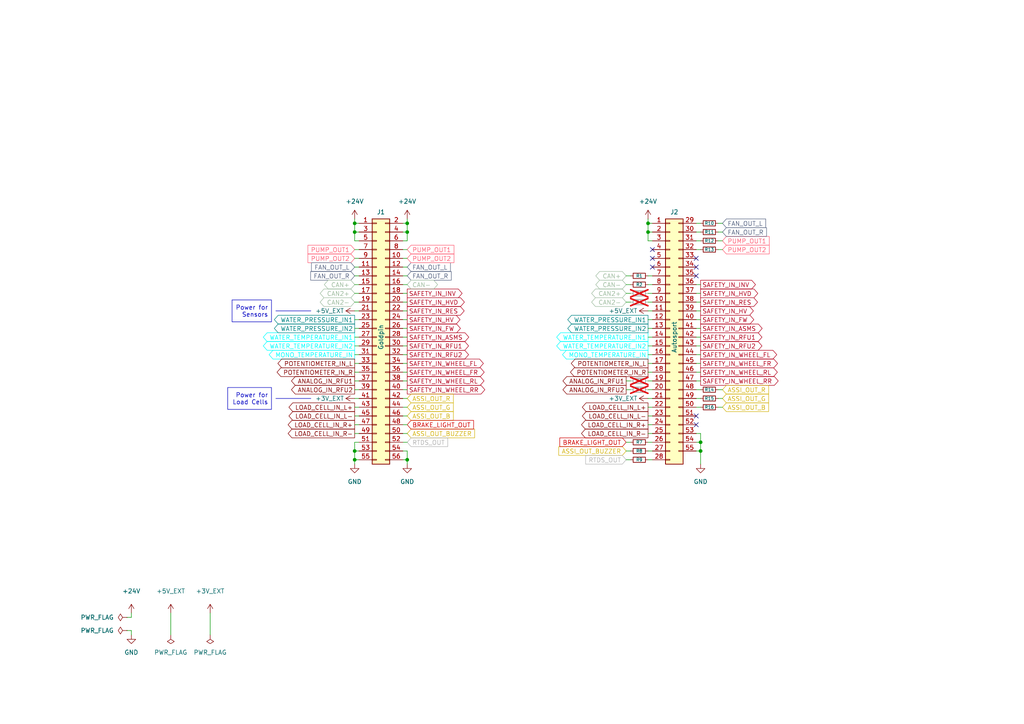
<source format=kicad_sch>
(kicad_sch (version 20230121) (generator eeschema)
  (paper "A4")
  (title_block (title "Connector Board") (date "2023-10-03") (rev "${REVISION}") (company "Author: I. Kajdan") (comment 1 "Reviewer:"))
  (lib_symbols
    (symbol "AS022-55SN:AS022-55SN" (pin_names (offset 1.016) hide)
      (property "Reference" "J?" (at 1.27 39.37 0))
      (property "Value" "AS022-55SN" (at 1.27 36.83 0))
      (symbol "AS022-55SN_1_1"
        (rectangle (start -1.27 -35.433) (end 0 -35.687) (stroke (width 0.1524)))
        (rectangle (start -1.27 -32.893) (end 0 -33.147) (stroke (width 0.1524)))
        (rectangle (start -1.27 -30.353) (end 0 -30.607) (stroke (width 0.1524)))
        (rectangle (start -1.27 -27.813) (end 0 -28.067) (stroke (width 0.1524)))
        (rectangle (start -1.27 -25.273) (end 0 -25.527) (stroke (width 0.1524)))
        (rectangle (start -1.27 -22.733) (end 0 -22.987) (stroke (width 0.1524)))
        (rectangle (start -1.27 -20.193) (end 0 -20.447) (stroke (width 0.1524)))
        (rectangle (start -1.27 -17.653) (end 0 -17.907) (stroke (width 0.1524)))
        (rectangle (start -1.27 -15.113) (end 0 -15.367) (stroke (width 0.1524)))
        (rectangle (start -1.27 -12.573) (end 0 -12.827) (stroke (width 0.1524)))
        (rectangle (start -1.27 -10.033) (end 0 -10.287) (stroke (width 0.1524)))
        (rectangle (start -1.27 -7.493) (end 0 -7.747) (stroke (width 0.1524)))
        (rectangle (start -1.27 -4.953) (end 0 -5.207) (stroke (width 0.1524)))
        (rectangle (start -1.27 -2.413) (end 0 -2.667) (stroke (width 0.1524)))
        (rectangle (start -1.27 0.127) (end 0 -0.127) (stroke (width 0.1524)))
        (rectangle (start -1.27 2.667) (end 0 2.413) (stroke (width 0.1524)))
        (rectangle (start -1.27 5.207) (end 0 4.953) (stroke (width 0.1524)))
        (rectangle (start -1.27 7.747) (end 0 7.493) (stroke (width 0.1524)))
        (rectangle (start -1.27 10.287) (end 0 10.033) (stroke (width 0.1524)))
        (rectangle (start -1.27 12.827) (end 0 12.573) (stroke (width 0.1524)))
        (rectangle (start -1.27 15.367) (end 0 15.113) (stroke (width 0.1524)))
        (rectangle (start -1.27 17.907) (end 0 17.653) (stroke (width 0.1524)))
        (rectangle (start -1.27 20.447) (end 0 20.193) (stroke (width 0.1524)))
        (rectangle (start -1.27 22.987) (end 0 22.733) (stroke (width 0.1524)))
        (rectangle (start -1.27 25.527) (end 0 25.273) (stroke (width 0.1524)))
        (rectangle (start -1.27 28.067) (end 0 27.813) (stroke (width 0.1524)))
        (rectangle (start -1.27 30.607) (end 0 30.353) (stroke (width 0.1524)))
        (rectangle (start -1.27 33.147) (end 0 32.893) (stroke (width 0.1524)))
        (rectangle (start -1.27 34.29) (end 3.81 -36.83) (stroke (width 0.254)) (fill (type background)))
        (rectangle (start 3.81 -32.893) (end 2.54 -33.147) (stroke (width 0.1524)))
        (rectangle (start 3.81 -30.353) (end 2.54 -30.607) (stroke (width 0.1524)))
        (rectangle (start 3.81 -27.813) (end 2.54 -28.067) (stroke (width 0.1524)))
        (rectangle (start 3.81 -25.273) (end 2.54 -25.527) (stroke (width 0.1524)))
        (rectangle (start 3.81 -22.733) (end 2.54 -22.987) (stroke (width 0.1524)))
        (rectangle (start 3.81 -20.193) (end 2.54 -20.447) (stroke (width 0.1524)))
        (rectangle (start 3.81 -17.653) (end 2.54 -17.907) (stroke (width 0.1524)))
        (rectangle (start 3.81 -15.113) (end 2.54 -15.367) (stroke (width 0.1524)))
        (rectangle (start 3.81 -12.573) (end 2.54 -12.827) (stroke (width 0.1524)))
        (rectangle (start 3.81 -10.033) (end 2.54 -10.287) (stroke (width 0.1524)))
        (rectangle (start 3.81 -7.493) (end 2.54 -7.747) (stroke (width 0.1524)))
        (rectangle (start 3.81 -4.953) (end 2.54 -5.207) (stroke (width 0.1524)))
        (rectangle (start 3.81 -2.413) (end 2.54 -2.667) (stroke (width 0.1524)))
        (rectangle (start 3.81 0.127) (end 2.54 -0.127) (stroke (width 0.1524)))
        (rectangle (start 3.81 2.667) (end 2.54 2.413) (stroke (width 0.1524)))
        (rectangle (start 3.81 5.207) (end 2.54 4.953) (stroke (width 0.1524)))
        (rectangle (start 3.81 7.747) (end 2.54 7.493) (stroke (width 0.1524)))
        (rectangle (start 3.81 10.287) (end 2.54 10.033) (stroke (width 0.1524)))
        (rectangle (start 3.81 12.827) (end 2.54 12.573) (stroke (width 0.1524)))
        (rectangle (start 3.81 15.367) (end 2.54 15.113) (stroke (width 0.1524)))
        (rectangle (start 3.81 17.907) (end 2.54 17.653) (stroke (width 0.1524)))
        (rectangle (start 3.81 20.447) (end 2.54 20.193) (stroke (width 0.1524)))
        (rectangle (start 3.81 22.987) (end 2.54 22.733) (stroke (width 0.1524)))
        (rectangle (start 3.81 25.527) (end 2.54 25.273) (stroke (width 0.1524)))
        (rectangle (start 3.81 28.067) (end 2.54 27.813) (stroke (width 0.1524)))
        (rectangle (start 3.81 30.607) (end 2.54 30.353) (stroke (width 0.1524)))
        (rectangle (start 3.81 33.147) (end 2.54 32.893) (stroke (width 0.1524)))
        (pin passive line (at -5.08 33.02 0) (length 3.81) (name "Pin_1") (number "1"))
        (pin passive line (at -5.08 10.16 0) (length 3.81) (name "Pin_10") (number "10"))
        (pin passive line (at -5.08 7.62 0) (length 3.81) (name "Pin_11") (number "11"))
        (pin passive line (at -5.08 5.08 0) (length 3.81) (name "Pin_12") (number "12"))
        (pin passive line (at -5.08 2.54 0) (length 3.81) (name "Pin_13") (number "13"))
        (pin passive line (at -5.08 0 0) (length 3.81) (name "Pin_14") (number "14"))
        (pin passive line (at -5.08 -2.54 0) (length 3.81) (name "Pin_15") (number "15"))
        (pin passive line (at -5.08 -5.08 0) (length 3.81) (name "Pin_16") (number "16"))
        (pin passive line (at -5.08 -7.62 0) (length 3.81) (name "Pin_17") (number "17"))
        (pin passive line (at -5.08 -10.16 0) (length 3.81) (name "Pin_18") (number "18"))
        (pin passive line (at -5.08 -12.7 0) (length 3.81) (name "Pin_19") (number "19"))
        (pin passive line (at -5.08 30.48 0) (length 3.81) (name "Pin_2") (number "2"))
        (pin passive line (at -5.08 -15.24 0) (length 3.81) (name "Pin_20") (number "20"))
        (pin passive line (at -5.08 -17.78 0) (length 3.81) (name "Pin_21") (number "21"))
        (pin passive line (at -5.08 -20.32 0) (length 3.81) (name "Pin_22") (number "22"))
        (pin passive line (at -5.08 -22.86 0) (length 3.81) (name "Pin_23") (number "23"))
        (pin passive line (at -5.08 -25.4 0) (length 3.81) (name "Pin_24") (number "24"))
        (pin passive line (at -5.08 -27.94 0) (length 3.81) (name "Pin_25") (number "25"))
        (pin passive line (at -5.08 -30.48 0) (length 3.81) (name "Pin_26") (number "26"))
        (pin passive line (at -5.08 -33.02 0) (length 3.81) (name "Pin_27") (number "27"))
        (pin passive line (at -5.08 -35.56 0) (length 3.81) (name "Pin_28") (number "28"))
        (pin passive line (at 7.62 33.02 180) (length 3.81) (name "Pin_29") (number "29"))
        (pin passive line (at -5.08 27.94 0) (length 3.81) (name "Pin_3") (number "3"))
        (pin passive line (at 7.62 30.48 180) (length 3.81) (name "Pin_30") (number "30"))
        (pin passive line (at 7.62 27.94 180) (length 3.81) (name "Pin_31") (number "31"))
        (pin passive line (at 7.62 25.4 180) (length 3.81) (name "Pin_32") (number "32"))
        (pin passive line (at 7.62 22.86 180) (length 3.81) (name "Pin_33") (number "33"))
        (pin passive line (at 7.62 20.32 180) (length 3.81) (name "Pin_34") (number "34"))
        (pin passive line (at 7.62 17.78 180) (length 3.81) (name "Pin_35") (number "35"))
        (pin passive line (at 7.62 15.24 180) (length 3.81) (name "Pin_36") (number "36"))
        (pin passive line (at 7.62 12.7 180) (length 3.81) (name "Pin_37") (number "37"))
        (pin passive line (at 7.62 10.16 180) (length 3.81) (name "Pin_38") (number "38"))
        (pin passive line (at 7.62 7.62 180) (length 3.81) (name "Pin_39") (number "39"))
        (pin passive line (at -5.08 25.4 0) (length 3.81) (name "Pin_4") (number "4"))
        (pin passive line (at 7.62 5.08 180) (length 3.81) (name "Pin_40") (number "40"))
        (pin passive line (at 7.62 2.54 180) (length 3.81) (name "Pin_41") (number "41"))
        (pin passive line (at 7.62 0 180) (length 3.81) (name "Pin_42") (number "42"))
        (pin passive line (at 7.62 -2.54 180) (length 3.81) (name "Pin_43") (number "43"))
        (pin passive line (at 7.62 -5.08 180) (length 3.81) (name "Pin_44") (number "44"))
        (pin passive line (at 7.62 -7.62 180) (length 3.81) (name "Pin_45") (number "45"))
        (pin passive line (at 7.62 -10.16 180) (length 3.81) (name "Pin_46") (number "46"))
        (pin passive line (at 7.62 -12.7 180) (length 3.81) (name "Pin_47") (number "47"))
        (pin passive line (at 7.62 -15.24 180) (length 3.81) (name "Pin_48") (number "48"))
        (pin passive line (at 7.62 -17.78 180) (length 3.81) (name "Pin_49") (number "49"))
        (pin passive line (at -5.08 22.86 0) (length 3.81) (name "Pin_5") (number "5"))
        (pin passive line (at 7.62 -20.32 180) (length 3.81) (name "Pin_50") (number "50"))
        (pin passive line (at 7.62 -22.86 180) (length 3.81) (name "Pin_51") (number "51"))
        (pin passive line (at 7.62 -25.4 180) (length 3.81) (name "Pin_52") (number "52"))
        (pin passive line (at 7.62 -27.94 180) (length 3.81) (name "Pin_53") (number "53"))
        (pin passive line (at 7.62 -30.48 180) (length 3.81) (name "Pin_54") (number "54"))
        (pin passive line (at 7.62 -33.02 180) (length 3.81) (name "Pin_55") (number "55"))
        (pin passive line (at -5.08 20.32 0) (length 3.81) (name "Pin_6") (number "6"))
        (pin passive line (at -5.08 17.78 0) (length 3.81) (name "Pin_7") (number "7"))
        (pin passive line (at -5.08 15.24 0) (length 3.81) (name "Pin_8") (number "8"))
        (pin passive line (at -5.08 12.7 0) (length 3.81) (name "Pin_9") (number "9"))
      )
    )
    (symbol "Connector_Generic:Conn_02x28_Odd_Even" (pin_names (offset 1.016) hide)
      (property "Reference" "J" (at 1.27 35.56 0))
      (property "Value" "Conn_02x28_Odd_Even" (at 1.27 -38.1 0))
      (symbol "Conn_02x28_Odd_Even_1_1"
        (rectangle (start -1.27 -35.433) (end 0 -35.687) (stroke (width 0.1524)))
        (rectangle (start -1.27 -32.893) (end 0 -33.147) (stroke (width 0.1524)))
        (rectangle (start -1.27 -30.353) (end 0 -30.607) (stroke (width 0.1524)))
        (rectangle (start -1.27 -27.813) (end 0 -28.067) (stroke (width 0.1524)))
        (rectangle (start -1.27 -25.273) (end 0 -25.527) (stroke (width 0.1524)))
        (rectangle (start -1.27 -22.733) (end 0 -22.987) (stroke (width 0.1524)))
        (rectangle (start -1.27 -20.193) (end 0 -20.447) (stroke (width 0.1524)))
        (rectangle (start -1.27 -17.653) (end 0 -17.907) (stroke (width 0.1524)))
        (rectangle (start -1.27 -15.113) (end 0 -15.367) (stroke (width 0.1524)))
        (rectangle (start -1.27 -12.573) (end 0 -12.827) (stroke (width 0.1524)))
        (rectangle (start -1.27 -10.033) (end 0 -10.287) (stroke (width 0.1524)))
        (rectangle (start -1.27 -7.493) (end 0 -7.747) (stroke (width 0.1524)))
        (rectangle (start -1.27 -4.953) (end 0 -5.207) (stroke (width 0.1524)))
        (rectangle (start -1.27 -2.413) (end 0 -2.667) (stroke (width 0.1524)))
        (rectangle (start -1.27 0.127) (end 0 -0.127) (stroke (width 0.1524)))
        (rectangle (start -1.27 2.667) (end 0 2.413) (stroke (width 0.1524)))
        (rectangle (start -1.27 5.207) (end 0 4.953) (stroke (width 0.1524)))
        (rectangle (start -1.27 7.747) (end 0 7.493) (stroke (width 0.1524)))
        (rectangle (start -1.27 10.287) (end 0 10.033) (stroke (width 0.1524)))
        (rectangle (start -1.27 12.827) (end 0 12.573) (stroke (width 0.1524)))
        (rectangle (start -1.27 15.367) (end 0 15.113) (stroke (width 0.1524)))
        (rectangle (start -1.27 17.907) (end 0 17.653) (stroke (width 0.1524)))
        (rectangle (start -1.27 20.447) (end 0 20.193) (stroke (width 0.1524)))
        (rectangle (start -1.27 22.987) (end 0 22.733) (stroke (width 0.1524)))
        (rectangle (start -1.27 25.527) (end 0 25.273) (stroke (width 0.1524)))
        (rectangle (start -1.27 28.067) (end 0 27.813) (stroke (width 0.1524)))
        (rectangle (start -1.27 30.607) (end 0 30.353) (stroke (width 0.1524)))
        (rectangle (start -1.27 33.147) (end 0 32.893) (stroke (width 0.1524)))
        (rectangle (start -1.27 34.29) (end 3.81 -36.83) (stroke (width 0.254)) (fill (type background)))
        (rectangle (start 3.81 -35.433) (end 2.54 -35.687) (stroke (width 0.1524)))
        (rectangle (start 3.81 -32.893) (end 2.54 -33.147) (stroke (width 0.1524)))
        (rectangle (start 3.81 -30.353) (end 2.54 -30.607) (stroke (width 0.1524)))
        (rectangle (start 3.81 -27.813) (end 2.54 -28.067) (stroke (width 0.1524)))
        (rectangle (start 3.81 -25.273) (end 2.54 -25.527) (stroke (width 0.1524)))
        (rectangle (start 3.81 -22.733) (end 2.54 -22.987) (stroke (width 0.1524)))
        (rectangle (start 3.81 -20.193) (end 2.54 -20.447) (stroke (width 0.1524)))
        (rectangle (start 3.81 -17.653) (end 2.54 -17.907) (stroke (width 0.1524)))
        (rectangle (start 3.81 -15.113) (end 2.54 -15.367) (stroke (width 0.1524)))
        (rectangle (start 3.81 -12.573) (end 2.54 -12.827) (stroke (width 0.1524)))
        (rectangle (start 3.81 -10.033) (end 2.54 -10.287) (stroke (width 0.1524)))
        (rectangle (start 3.81 -7.493) (end 2.54 -7.747) (stroke (width 0.1524)))
        (rectangle (start 3.81 -4.953) (end 2.54 -5.207) (stroke (width 0.1524)))
        (rectangle (start 3.81 -2.413) (end 2.54 -2.667) (stroke (width 0.1524)))
        (rectangle (start 3.81 0.127) (end 2.54 -0.127) (stroke (width 0.1524)))
        (rectangle (start 3.81 2.667) (end 2.54 2.413) (stroke (width 0.1524)))
        (rectangle (start 3.81 5.207) (end 2.54 4.953) (stroke (width 0.1524)))
        (rectangle (start 3.81 7.747) (end 2.54 7.493) (stroke (width 0.1524)))
        (rectangle (start 3.81 10.287) (end 2.54 10.033) (stroke (width 0.1524)))
        (rectangle (start 3.81 12.827) (end 2.54 12.573) (stroke (width 0.1524)))
        (rectangle (start 3.81 15.367) (end 2.54 15.113) (stroke (width 0.1524)))
        (rectangle (start 3.81 17.907) (end 2.54 17.653) (stroke (width 0.1524)))
        (rectangle (start 3.81 20.447) (end 2.54 20.193) (stroke (width 0.1524)))
        (rectangle (start 3.81 22.987) (end 2.54 22.733) (stroke (width 0.1524)))
        (rectangle (start 3.81 25.527) (end 2.54 25.273) (stroke (width 0.1524)))
        (rectangle (start 3.81 28.067) (end 2.54 27.813) (stroke (width 0.1524)))
        (rectangle (start 3.81 30.607) (end 2.54 30.353) (stroke (width 0.1524)))
        (rectangle (start 3.81 33.147) (end 2.54 32.893) (stroke (width 0.1524)))
        (pin passive line (at -5.08 33.02 0) (length 3.81) (name "Pin_1") (number "1"))
        (pin passive line (at 7.62 22.86 180) (length 3.81) (name "Pin_10") (number "10"))
        (pin passive line (at -5.08 20.32 0) (length 3.81) (name "Pin_11") (number "11"))
        (pin passive line (at 7.62 20.32 180) (length 3.81) (name "Pin_12") (number "12"))
        (pin passive line (at -5.08 17.78 0) (length 3.81) (name "Pin_13") (number "13"))
        (pin passive line (at 7.62 17.78 180) (length 3.81) (name "Pin_14") (number "14"))
        (pin passive line (at -5.08 15.24 0) (length 3.81) (name "Pin_15") (number "15"))
        (pin passive line (at 7.62 15.24 180) (length 3.81) (name "Pin_16") (number "16"))
        (pin passive line (at -5.08 12.7 0) (length 3.81) (name "Pin_17") (number "17"))
        (pin passive line (at 7.62 12.7 180) (length 3.81) (name "Pin_18") (number "18"))
        (pin passive line (at -5.08 10.16 0) (length 3.81) (name "Pin_19") (number "19"))
        (pin passive line (at 7.62 33.02 180) (length 3.81) (name "Pin_2") (number "2"))
        (pin passive line (at 7.62 10.16 180) (length 3.81) (name "Pin_20") (number "20"))
        (pin passive line (at -5.08 7.62 0) (length 3.81) (name "Pin_21") (number "21"))
        (pin passive line (at 7.62 7.62 180) (length 3.81) (name "Pin_22") (number "22"))
        (pin passive line (at -5.08 5.08 0) (length 3.81) (name "Pin_23") (number "23"))
        (pin passive line (at 7.62 5.08 180) (length 3.81) (name "Pin_24") (number "24"))
        (pin passive line (at -5.08 2.54 0) (length 3.81) (name "Pin_25") (number "25"))
        (pin passive line (at 7.62 2.54 180) (length 3.81) (name "Pin_26") (number "26"))
        (pin passive line (at -5.08 0 0) (length 3.81) (name "Pin_27") (number "27"))
        (pin passive line (at 7.62 0 180) (length 3.81) (name "Pin_28") (number "28"))
        (pin passive line (at -5.08 -2.54 0) (length 3.81) (name "Pin_29") (number "29"))
        (pin passive line (at -5.08 30.48 0) (length 3.81) (name "Pin_3") (number "3"))
        (pin passive line (at 7.62 -2.54 180) (length 3.81) (name "Pin_30") (number "30"))
        (pin passive line (at -5.08 -5.08 0) (length 3.81) (name "Pin_31") (number "31"))
        (pin passive line (at 7.62 -5.08 180) (length 3.81) (name "Pin_32") (number "32"))
        (pin passive line (at -5.08 -7.62 0) (length 3.81) (name "Pin_33") (number "33"))
        (pin passive line (at 7.62 -7.62 180) (length 3.81) (name "Pin_34") (number "34"))
        (pin passive line (at -5.08 -10.16 0) (length 3.81) (name "Pin_35") (number "35"))
        (pin passive line (at 7.62 -10.16 180) (length 3.81) (name "Pin_36") (number "36"))
        (pin passive line (at -5.08 -12.7 0) (length 3.81) (name "Pin_37") (number "37"))
        (pin passive line (at 7.62 -12.7 180) (length 3.81) (name "Pin_38") (number "38"))
        (pin passive line (at -5.08 -15.24 0) (length 3.81) (name "Pin_39") (number "39"))
        (pin passive line (at 7.62 30.48 180) (length 3.81) (name "Pin_4") (number "4"))
        (pin passive line (at 7.62 -15.24 180) (length 3.81) (name "Pin_40") (number "40"))
        (pin passive line (at -5.08 -17.78 0) (length 3.81) (name "Pin_41") (number "41"))
        (pin passive line (at 7.62 -17.78 180) (length 3.81) (name "Pin_42") (number "42"))
        (pin passive line (at -5.08 -20.32 0) (length 3.81) (name "Pin_43") (number "43"))
        (pin passive line (at 7.62 -20.32 180) (length 3.81) (name "Pin_44") (number "44"))
        (pin passive line (at -5.08 -22.86 0) (length 3.81) (name "Pin_45") (number "45"))
        (pin passive line (at 7.62 -22.86 180) (length 3.81) (name "Pin_46") (number "46"))
        (pin passive line (at -5.08 -25.4 0) (length 3.81) (name "Pin_47") (number "47"))
        (pin passive line (at 7.62 -25.4 180) (length 3.81) (name "Pin_48") (number "48"))
        (pin passive line (at -5.08 -27.94 0) (length 3.81) (name "Pin_49") (number "49"))
        (pin passive line (at -5.08 27.94 0) (length 3.81) (name "Pin_5") (number "5"))
        (pin passive line (at 7.62 -27.94 180) (length 3.81) (name "Pin_50") (number "50"))
        (pin passive line (at -5.08 -30.48 0) (length 3.81) (name "Pin_51") (number "51"))
        (pin passive line (at 7.62 -30.48 180) (length 3.81) (name "Pin_52") (number "52"))
        (pin passive line (at -5.08 -33.02 0) (length 3.81) (name "Pin_53") (number "53"))
        (pin passive line (at 7.62 -33.02 180) (length 3.81) (name "Pin_54") (number "54"))
        (pin passive line (at -5.08 -35.56 0) (length 3.81) (name "Pin_55") (number "55"))
        (pin passive line (at 7.62 -35.56 180) (length 3.81) (name "Pin_56") (number "56"))
        (pin passive line (at 7.62 27.94 180) (length 3.81) (name "Pin_6") (number "6"))
        (pin passive line (at -5.08 25.4 0) (length 3.81) (name "Pin_7") (number "7"))
        (pin passive line (at 7.62 25.4 180) (length 3.81) (name "Pin_8") (number "8"))
        (pin passive line (at -5.08 22.86 0) (length 3.81) (name "Pin_9") (number "9"))
      )
    )
    (symbol "Device:R_Small" (pin_numbers hide) (pin_names (offset 0.254) hide)
      (property "Reference" "R" (at 0.762 0.508 0))
      (property "Value" "R_Small" (at 0.762 -1.016 0))
      (symbol "R_Small_0_1"
        (rectangle (start -0.762 1.778) (end 0.762 -1.778) (stroke (width 0.2032)))
      )
      (symbol "R_Small_1_1"
        (pin passive line (at 0 2.54 270) (length 0.762) (name "~") (number "1"))
        (pin passive line (at 0 -2.54 90) (length 0.762) (name "~") (number "2"))
      )
    )
    (symbol "Power_Ports:+3V_EXT" (power) (pin_names (offset 0))
      (property "Value" "+3V_EXT" (at 0 5.08 0))
      (symbol "+3V_EXT_0_1"
        (polyline (pts (xy -0.762 1.27) (xy 0 2.54)))
        (polyline (pts (xy 0 0) (xy 0 2.54)))
        (polyline (pts (xy 0 2.54) (xy 0.762 1.27)))
      )
      (symbol "+3V_EXT_1_1"
        (pin power_in line (at 0 0 90) (length 0) hide (name "+3V_EXT") (number "1"))
      )
    )
    (symbol "Power_Ports:+5V_EXT" (power) (pin_names (offset 0))
      (property "Value" "+5V_EXT" (at 0 5.08 0))
      (symbol "+5V_EXT_0_1"
        (polyline (pts (xy -0.762 1.27) (xy 0 2.54)))
        (polyline (pts (xy 0 0) (xy 0 2.54)))
        (polyline (pts (xy 0 2.54) (xy 0.762 1.27)))
      )
      (symbol "+5V_EXT_1_1"
        (pin power_in line (at 0 0 90) (length 0) hide (name "+5V_EXT") (number "1"))
      )
    )
    (symbol "power:+24V" (power) (pin_names (offset 0))
      (property "Value" "+24V" (at 0 3.556 0))
      (symbol "+24V_0_1"
        (polyline (pts (xy -0.762 1.27) (xy 0 2.54)))
        (polyline (pts (xy 0 0) (xy 0 2.54)))
        (polyline (pts (xy 0 2.54) (xy 0.762 1.27)))
      )
      (symbol "+24V_1_1"
        (pin power_in line (at 0 0 90) (length 0) hide (name "+24V") (number "1"))
      )
    )
    (symbol "power:GND" (power) (pin_names (offset 0))
      (property "Value" "GND" (at 0 -3.81 0))
      (symbol "GND_0_1"
        (polyline (pts (xy 0 0) (xy 0 -1.27) (xy 1.27 -1.27) (xy 0 -2.54) (xy -1.27 -1.27) (xy 0 -1.27)))
      )
      (symbol "GND_1_1"
        (pin power_in line (at 0 0 270) (length 0) hide (name "GND") (number "1"))
      )
    )
    (symbol "power:PWR_FLAG" (power) (pin_numbers hide) (pin_names (offset 0) hide)
      (property "Value" "PWR_FLAG" (at 0 3.81 0))
      (symbol "PWR_FLAG_0_0"
        (pin power_out line (at 0 0 90) (length 0) (name "pwr") (number "1"))
      )
      (symbol "PWR_FLAG_0_1"
        (polyline (pts (xy 0 0) (xy 0 1.27) (xy -1.016 1.905) (xy 0 2.54) (xy 1.016 1.905) (xy 0 1.27)))
      )
    )
  )
  (junction (at 203.2 130.81))
  (junction (at 102.87 133.35))
  (junction (at 118.11 64.77))
  (junction (at 102.87 64.77))
  (junction (at 203.2 128.27))
  (junction (at 118.11 133.35))
  (junction (at 187.96 64.77))
  (junction (at 187.96 67.31))
  (junction (at 118.11 67.31))
  (junction (at 102.87 67.31))
  (junction (at 102.87 130.81))
  (no_connect (at 189.23 77.47))
  (no_connect (at 201.93 80.01))
  (no_connect (at 201.93 120.65))
  (no_connect (at 189.23 74.93))
  (no_connect (at 201.93 74.93))
  (no_connect (at 201.93 123.19))
  (no_connect (at 201.93 77.47))
  (no_connect (at 189.23 72.39))
  (wire (pts (xy 116.84 113.03) (xy 118.11 113.03)))
  (wire (pts (xy 116.84 90.17) (xy 118.11 90.17)))
  (wire (pts (xy 187.96 107.95) (xy 189.23 107.95)))
  (wire (pts (xy 118.11 134.62) (xy 118.11 133.35)))
  (wire (pts (xy 102.87 67.31) (xy 102.87 64.77)))
  (wire (pts (xy 187.96 90.17) (xy 189.23 90.17)))
  (wire (pts (xy 116.84 115.57) (xy 118.11 115.57)))
  (wire (pts (xy 118.11 92.71) (xy 116.84 92.71)))
  (wire (pts (xy 203.2 92.71) (xy 201.93 92.71)))
  (wire (pts (xy 116.84 110.49) (xy 118.11 110.49)))
  (wire (pts (xy 60.96 177.8) (xy 60.96 184.15)))
  (wire (pts (xy 182.88 128.27) (xy 181.61 128.27)))
  (wire (pts (xy 187.96 133.35) (xy 189.23 133.35)))
  (wire (pts (xy 187.96 102.87) (xy 189.23 102.87)))
  (wire (pts (xy 187.96 67.31) (xy 187.96 69.85)))
  (wire (pts (xy 189.23 64.77) (xy 187.96 64.77)))
  (wire (pts (xy 118.11 125.73) (xy 116.84 125.73)))
  (wire (pts (xy 102.87 113.03) (xy 104.14 113.03)))
  (wire (pts (xy 118.11 133.35) (xy 116.84 133.35)))
  (wire (pts (xy 102.87 115.57) (xy 104.14 115.57)))
  (wire (pts (xy 102.87 110.49) (xy 104.14 110.49)))
  (wire (pts (xy 116.84 102.87) (xy 118.11 102.87)))
  (wire (pts (xy 104.14 64.77) (xy 102.87 64.77)))
  (wire (pts (xy 187.96 130.81) (xy 189.23 130.81)))
  (wire (pts (xy 102.87 107.95) (xy 104.14 107.95)))
  (wire (pts (xy 209.55 118.11) (xy 208.28 118.11)))
  (wire (pts (xy 201.93 100.33) (xy 203.2 100.33)))
  (wire (pts (xy 181.61 85.09) (xy 182.88 85.09)))
  (wire (pts (xy 118.11 64.77) (xy 116.84 64.77)))
  (wire (pts (xy 201.93 67.31) (xy 203.2 67.31)))
  (wire (pts (xy 187.96 123.19) (xy 189.23 123.19)))
  (wire (pts (xy 187.96 97.79) (xy 189.23 97.79)))
  (wire (pts (xy 208.28 67.31) (xy 209.55 67.31)))
  (wire (pts (xy 208.28 64.77) (xy 209.55 64.77)))
  (wire (pts (xy 181.61 110.49) (xy 182.88 110.49)))
  (wire (pts (xy 181.61 130.81) (xy 182.88 130.81)))
  (wire (pts (xy 203.2 90.17) (xy 201.93 90.17)))
  (wire (pts (xy 118.11 128.27) (xy 116.84 128.27)))
  (wire (pts (xy 116.84 97.79) (xy 118.11 97.79)))
  (wire (pts (xy 116.84 67.31) (xy 118.11 67.31)))
  (wire (pts (xy 203.2 130.81) (xy 201.93 130.81)))
  (wire (pts (xy 203.2 128.27) (xy 203.2 130.81)))
  (wire (pts (xy 102.87 102.87) (xy 104.14 102.87)))
  (wire (pts (xy 102.87 90.17) (xy 104.14 90.17)))
  (wire (pts (xy 118.11 63.5) (xy 118.11 64.77)))
  (wire (pts (xy 102.87 72.39) (xy 104.14 72.39)))
  (wire (pts (xy 102.87 77.47) (xy 104.14 77.47)))
  (wire (pts (xy 102.87 82.55) (xy 104.14 82.55)))
  (wire (pts (xy 201.93 72.39) (xy 203.2 72.39)))
  (wire (pts (xy 187.96 64.77) (xy 187.96 63.5)))
  (wire (pts (xy 116.84 74.93) (xy 118.11 74.93)))
  (wire (pts (xy 116.84 69.85) (xy 118.11 69.85)))
  (wire (pts (xy 187.96 87.63) (xy 189.23 87.63)))
  (wire (pts (xy 118.11 120.65) (xy 116.84 120.65)))
  (wire (pts (xy 116.84 130.81) (xy 118.11 130.81)))
  (wire (pts (xy 208.28 113.03) (xy 209.55 113.03)))
  (wire (pts (xy 116.84 87.63) (xy 118.11 87.63)))
  (wire (pts (xy 187.96 118.11) (xy 189.23 118.11)))
  (wire (pts (xy 102.87 85.09) (xy 104.14 85.09)))
  (wire (pts (xy 208.28 72.39) (xy 209.55 72.39)))
  (polyline (pts (xy 90.17 90.17) (xy 80.01 90.17)))
  (wire (pts (xy 187.96 125.73) (xy 189.23 125.73)))
  (wire (pts (xy 201.93 87.63) (xy 203.2 87.63)))
  (wire (pts (xy 187.96 95.25) (xy 189.23 95.25)))
  (wire (pts (xy 181.61 87.63) (xy 182.88 87.63)))
  (wire (pts (xy 187.96 120.65) (xy 189.23 120.65)))
  (wire (pts (xy 102.87 134.62) (xy 102.87 133.35)))
  (wire (pts (xy 49.53 177.8) (xy 49.53 184.15)))
  (wire (pts (xy 116.84 82.55) (xy 118.11 82.55)))
  (wire (pts (xy 201.93 95.25) (xy 203.2 95.25)))
  (wire (pts (xy 102.87 92.71) (xy 104.14 92.71)))
  (wire (pts (xy 104.14 128.27) (xy 102.87 128.27)))
  (wire (pts (xy 38.1 179.07) (xy 38.1 177.8)))
  (wire (pts (xy 102.87 120.65) (xy 104.14 120.65)))
  (wire (pts (xy 118.11 77.47) (xy 116.84 77.47)))
  (wire (pts (xy 201.93 82.55) (xy 203.2 82.55)))
  (wire (pts (xy 102.87 69.85) (xy 102.87 67.31)))
  (wire (pts (xy 208.28 69.85) (xy 209.55 69.85)))
  (wire (pts (xy 102.87 95.25) (xy 104.14 95.25)))
  (wire (pts (xy 187.96 85.09) (xy 189.23 85.09)))
  (wire (pts (xy 209.55 115.57) (xy 208.28 115.57)))
  (wire (pts (xy 102.87 133.35) (xy 102.87 130.81)))
  (wire (pts (xy 201.93 64.77) (xy 203.2 64.77)))
  (wire (pts (xy 187.96 92.71) (xy 189.23 92.71)))
  (wire (pts (xy 102.87 74.93) (xy 104.14 74.93)))
  (wire (pts (xy 189.23 69.85) (xy 187.96 69.85)))
  (wire (pts (xy 187.96 115.57) (xy 189.23 115.57)))
  (wire (pts (xy 187.96 113.03) (xy 189.23 113.03)))
  (wire (pts (xy 189.23 128.27) (xy 187.96 128.27)))
  (wire (pts (xy 102.87 97.79) (xy 104.14 97.79)))
  (wire (pts (xy 187.96 100.33) (xy 189.23 100.33)))
  (wire (pts (xy 187.96 110.49) (xy 189.23 110.49)))
  (wire (pts (xy 181.61 113.03) (xy 182.88 113.03)))
  (wire (pts (xy 118.11 118.11) (xy 116.84 118.11)))
  (wire (pts (xy 187.96 67.31) (xy 187.96 64.77)))
  (wire (pts (xy 102.87 80.01) (xy 104.14 80.01)))
  (wire (pts (xy 203.2 130.81) (xy 203.2 134.62)))
  (wire (pts (xy 116.84 123.19) (xy 118.11 123.19)))
  (wire (pts (xy 104.14 133.35) (xy 102.87 133.35)))
  (wire (pts (xy 116.84 107.95) (xy 118.11 107.95)))
  (wire (pts (xy 104.14 67.31) (xy 102.87 67.31)))
  (polyline (pts (xy 90.17 115.57) (xy 80.01 115.57)))
  (wire (pts (xy 102.87 64.77) (xy 102.87 63.5)))
  (wire (pts (xy 102.87 118.11) (xy 104.14 118.11)))
  (wire (pts (xy 102.87 123.19) (xy 104.14 123.19)))
  (wire (pts (xy 118.11 69.85) (xy 118.11 67.31)))
  (wire (pts (xy 189.23 67.31) (xy 187.96 67.31)))
  (wire (pts (xy 118.11 67.31) (xy 118.11 64.77)))
  (wire (pts (xy 201.93 85.09) (xy 203.2 85.09)))
  (wire (pts (xy 201.93 125.73) (xy 203.2 125.73)))
  (wire (pts (xy 187.96 80.01) (xy 189.23 80.01)))
  (wire (pts (xy 116.84 85.09) (xy 118.11 85.09)))
  (wire (pts (xy 116.84 105.41) (xy 118.11 105.41)))
  (wire (pts (xy 38.1 182.88) (xy 38.1 184.15)))
  (wire (pts (xy 201.93 69.85) (xy 203.2 69.85)))
  (wire (pts (xy 116.84 100.33) (xy 118.11 100.33)))
  (wire (pts (xy 181.61 133.35) (xy 182.88 133.35)))
  (wire (pts (xy 102.87 87.63) (xy 104.14 87.63)))
  (wire (pts (xy 203.2 118.11) (xy 201.93 118.11)))
  (wire (pts (xy 116.84 72.39) (xy 118.11 72.39)))
  (wire (pts (xy 102.87 105.41) (xy 104.14 105.41)))
  (wire (pts (xy 201.93 107.95) (xy 203.2 107.95)))
  (wire (pts (xy 201.93 128.27) (xy 203.2 128.27)))
  (wire (pts (xy 181.61 82.55) (xy 182.88 82.55)))
  (wire (pts (xy 104.14 69.85) (xy 102.87 69.85)))
  (wire (pts (xy 118.11 130.81) (xy 118.11 133.35)))
  (wire (pts (xy 201.93 97.79) (xy 203.2 97.79)))
  (wire (pts (xy 181.61 80.01) (xy 182.88 80.01)))
  (wire (pts (xy 102.87 130.81) (xy 104.14 130.81)))
  (wire (pts (xy 118.11 80.01) (xy 116.84 80.01)))
  (wire (pts (xy 187.96 82.55) (xy 189.23 82.55)))
  (wire (pts (xy 36.83 182.88) (xy 38.1 182.88)))
  (wire (pts (xy 102.87 100.33) (xy 104.14 100.33)))
  (wire (pts (xy 201.93 105.41) (xy 203.2 105.41)))
  (wire (pts (xy 203.2 115.57) (xy 201.93 115.57)))
  (wire (pts (xy 187.96 105.41) (xy 189.23 105.41)))
  (wire (pts (xy 201.93 102.87) (xy 203.2 102.87)))
  (wire (pts (xy 102.87 128.27) (xy 102.87 130.81)))
  (wire (pts (xy 201.93 110.49) (xy 203.2 110.49)))
  (wire (pts (xy 201.93 113.03) (xy 203.2 113.03)))
  (wire (pts (xy 102.87 125.73) (xy 104.14 125.73)))
  (wire (pts (xy 203.2 125.73) (xy 203.2 128.27)))
  (wire (pts (xy 118.11 95.25) (xy 116.84 95.25)))
  (wire (pts (xy 36.83 179.07) (xy 38.1 179.07)))
  (text_box "Power for Load Cells" (at 66.04 112.395 0) (size 12.7 6.35) (effects (font (size 1.27 1.27)) (justify right)))
  (text_box "Power for Sensors" (at 67.31 86.995 0) (size 11.43 6.35) (effects (font (size 1.27 1.27)) (justify right)))
  (global_label "ANALOG_IN_RFU2" (shape output) (at 102.87 113.03 180) (property "Intersheetrefs" "${INTERSHEET_REFS}" (effects hide)))
  (global_label "SAFETY_IN_WHEEL_FL" (shape output) (at 118.11 105.41 0) (property "Intersheetrefs" "${INTERSHEET_REFS}" (effects hide)))
  (global_label "CAN2-" (shape bidirectional) (at 102.87 87.63 180) (property "Intersheetrefs" "${INTERSHEET_REFS}" (effects hide)))
  (global_label "LOAD_CELL_IN_L+" (shape output) (at 187.96 118.11 180) (property "Intersheetrefs" "${INTERSHEET_REFS}" (effects hide)))
  (global_label "FAN_OUT_L" (shape input) (at 118.11 77.47 0) (property "Intersheetrefs" "${INTERSHEET_REFS}" (effects hide)))
  (global_label "WATER_PRESSURE_IN1" (shape output) (at 187.96 92.71 180) (property "Intersheetrefs" "${INTERSHEET_REFS}" (effects hide)))
  (global_label "LOAD_CELL_IN_L-" (shape output) (at 187.96 120.65 180) (property "Intersheetrefs" "${INTERSHEET_REFS}" (effects hide)))
  (global_label "ASSI_OUT_BUZZER" (shape input) (at 118.11 125.73 0) (property "Intersheetrefs" "${INTERSHEET_REFS}" (effects hide)))
  (global_label "FAN_OUT_L" (shape input) (at 102.87 77.47 180) (property "Intersheetrefs" "${INTERSHEET_REFS}" (effects hide)))
  (global_label "SAFETY_IN_ASMS" (shape output) (at 203.2 95.25 0) (property "Intersheetrefs" "${INTERSHEET_REFS}" (effects hide)))
  (global_label "SAFETY_IN_RFU1" (shape output) (at 203.2 97.79 0) (property "Intersheetrefs" "${INTERSHEET_REFS}" (effects hide)))
  (global_label "PUMP_OUT1" (shape input) (at 118.11 72.39 0) (property "Intersheetrefs" "${INTERSHEET_REFS}" (effects hide)))
  (global_label "ASSI_OUT_G" (shape input) (at 209.55 115.57 0) (property "Intersheetrefs" "${INTERSHEET_REFS}" (effects hide)))
  (global_label "SAFETY_IN_WHEEL_FR" (shape output) (at 118.11 107.95 0) (property "Intersheetrefs" "${INTERSHEET_REFS}" (effects hide)))
  (global_label "SAFETY_IN_RES" (shape output) (at 118.11 90.17 0) (property "Intersheetrefs" "${INTERSHEET_REFS}" (effects hide)))
  (global_label "SAFETY_IN_FW" (shape output) (at 118.11 95.25 0) (property "Intersheetrefs" "${INTERSHEET_REFS}" (effects hide)))
  (global_label "WATER_TEMPERATURE_IN2" (shape output) (at 187.96 100.33 180) (property "Intersheetrefs" "${INTERSHEET_REFS}" (effects hide)))
  (global_label "SAFETY_IN_RFU2" (shape output) (at 118.11 102.87 0) (property "Intersheetrefs" "${INTERSHEET_REFS}" (effects hide)))
  (global_label "PUMP_OUT1" (shape input) (at 102.87 72.39 180) (property "Intersheetrefs" "${INTERSHEET_REFS}" (effects hide)))
  (global_label "PUMP_OUT2" (shape input) (at 102.87 74.93 180) (property "Intersheetrefs" "${INTERSHEET_REFS}" (effects hide)))
  (global_label "PUMP_OUT2" (shape input) (at 209.55 72.39 0) (property "Intersheetrefs" "${INTERSHEET_REFS}" (effects hide)))
  (global_label "WATER_TEMPERATURE_IN1" (shape output) (at 187.96 97.79 180) (property "Intersheetrefs" "${INTERSHEET_REFS}" (effects hide)))
  (global_label "SAFETY_IN_WHEEL_RL" (shape output) (at 118.11 110.49 0) (property "Intersheetrefs" "${INTERSHEET_REFS}" (effects hide)))
  (global_label "FAN_OUT_R" (shape input) (at 102.87 80.01 180) (property "Intersheetrefs" "${INTERSHEET_REFS}" (effects hide)))
  (global_label "SAFETY_IN_FW" (shape output) (at 203.2 92.71 0) (property "Intersheetrefs" "${INTERSHEET_REFS}" (effects hide)))
  (global_label "ANALOG_IN_RFU1" (shape output) (at 181.61 110.49 180) (property "Intersheetrefs" "${INTERSHEET_REFS}" (effects hide)))
  (global_label "ANALOG_IN_RFU1" (shape output) (at 102.87 110.49 180) (property "Intersheetrefs" "${INTERSHEET_REFS}" (effects hide)))
  (global_label "ASSI_OUT_G" (shape input) (at 118.11 118.11 0) (property "Intersheetrefs" "${INTERSHEET_REFS}" (effects hide)))
  (global_label "WATER_TEMPERATURE_IN1" (shape output) (at 102.87 97.79 180) (property "Intersheetrefs" "${INTERSHEET_REFS}" (effects hide)))
  (global_label "PUMP_OUT2" (shape input) (at 118.11 74.93 0) (property "Intersheetrefs" "${INTERSHEET_REFS}" (effects hide)))
  (global_label "POTENTIOMETER_IN_L" (shape output) (at 187.96 105.41 180) (property "Intersheetrefs" "${INTERSHEET_REFS}" (effects hide)))
  (global_label "ANALOG_IN_RFU2" (shape output) (at 181.61 113.03 180) (property "Intersheetrefs" "${INTERSHEET_REFS}" (effects hide)))
  (global_label "SAFETY_IN_RFU1" (shape output) (at 118.11 100.33 0) (property "Intersheetrefs" "${INTERSHEET_REFS}" (effects hide)))
  (global_label "PUMP_OUT1" (shape input) (at 209.55 69.85 0) (property "Intersheetrefs" "${INTERSHEET_REFS}" (effects hide)))
  (global_label "WATER_TEMPERATURE_IN2" (shape output) (at 102.87 100.33 180) (property "Intersheetrefs" "${INTERSHEET_REFS}" (effects hide)))
  (global_label "SAFETY_IN_HVD" (shape output) (at 203.2 85.09 0) (property "Intersheetrefs" "${INTERSHEET_REFS}" (effects hide)))
  (global_label "SAFETY_IN_RFU2" (shape output) (at 203.2 100.33 0) (property "Intersheetrefs" "${INTERSHEET_REFS}" (effects hide)))
  (global_label "MONO_TEMPERATURE_IN" (shape output) (at 102.87 102.87 180) (property "Intersheetrefs" "${INTERSHEET_REFS}" (effects hide)))
  (global_label "SAFETY_IN_WHEEL_RL" (shape output) (at 203.2 107.95 0) (property "Intersheetrefs" "${INTERSHEET_REFS}" (effects hide)))
  (global_label "FAN_OUT_R" (shape input) (at 209.55 67.31 0) (property "Intersheetrefs" "${INTERSHEET_REFS}" (effects hide)))
  (global_label "CAN2-" (shape bidirectional) (at 181.61 87.63 180) (property "Intersheetrefs" "${INTERSHEET_REFS}" (effects hide)))
  (global_label "SAFETY_IN_WHEEL_RR" (shape output) (at 118.11 113.03 0) (property "Intersheetrefs" "${INTERSHEET_REFS}" (effects hide)))
  (global_label "ASSI_OUT_R" (shape input) (at 118.11 115.57 0) (property "Intersheetrefs" "${INTERSHEET_REFS}" (effects hide)))
  (global_label "POTENTIOMETER_IN_R" (shape output) (at 187.96 107.95 180) (property "Intersheetrefs" "${INTERSHEET_REFS}" (effects hide)))
  (global_label "LOAD_CELL_IN_R-" (shape output) (at 187.96 125.73 180) (property "Intersheetrefs" "${INTERSHEET_REFS}" (effects hide)))
  (global_label "SAFETY_IN_RES" (shape output) (at 203.2 87.63 0) (property "Intersheetrefs" "${INTERSHEET_REFS}" (effects hide)))
  (global_label "LOAD_CELL_IN_R+" (shape output) (at 187.96 123.19 180) (property "Intersheetrefs" "${INTERSHEET_REFS}" (effects hide)))
  (global_label "ASSI_OUT_B" (shape input) (at 118.11 120.65 0) (property "Intersheetrefs" "${INTERSHEET_REFS}" (effects hide)))
  (global_label "RTDS_OUT" (shape input) (at 181.61 133.35 180) (property "Intersheetrefs" "${INTERSHEET_REFS}" (effects hide)))
  (global_label "WATER_PRESSURE_IN2" (shape output) (at 187.96 95.25 180) (property "Intersheetrefs" "${INTERSHEET_REFS}" (effects hide)))
  (global_label "RTDS_OUT" (shape input) (at 118.11 128.27 0) (property "Intersheetrefs" "${INTERSHEET_REFS}" (effects hide)))
  (global_label "CAN-" (shape bidirectional) (at 118.11 82.55 0) (property "Intersheetrefs" "${INTERSHEET_REFS}" (effects hide)))
  (global_label "WATER_PRESSURE_IN2" (shape output) (at 102.87 95.25 180) (property "Intersheetrefs" "${INTERSHEET_REFS}" (effects hide)))
  (global_label "POTENTIOMETER_IN_L" (shape output) (at 102.87 105.41 180) (property "Intersheetrefs" "${INTERSHEET_REFS}" (effects hide)))
  (global_label "FAN_OUT_R" (shape input) (at 118.11 80.01 0) (property "Intersheetrefs" "${INTERSHEET_REFS}" (effects hide)))
  (global_label "LOAD_CELL_IN_R-" (shape output) (at 102.87 125.73 180) (property "Intersheetrefs" "${INTERSHEET_REFS}" (effects hide)))
  (global_label "SAFETY_IN_INV" (shape output) (at 203.2 82.55 0) (property "Intersheetrefs" "${INTERSHEET_REFS}" (effects hide)))
  (global_label "CAN2+" (shape bidirectional) (at 181.61 85.09 180) (property "Intersheetrefs" "${INTERSHEET_REFS}" (effects hide)))
  (global_label "SAFETY_IN_INV" (shape output) (at 118.11 85.09 0) (property "Intersheetrefs" "${INTERSHEET_REFS}" (effects hide)))
  (global_label "ASSI_OUT_R" (shape input) (at 209.55 113.03 0) (property "Intersheetrefs" "${INTERSHEET_REFS}" (effects hide)))
  (global_label "CAN-" (shape bidirectional) (at 181.61 82.55 180) (property "Intersheetrefs" "${INTERSHEET_REFS}" (effects hide)))
  (global_label "ASSI_OUT_B" (shape input) (at 209.55 118.11 0) (property "Intersheetrefs" "${INTERSHEET_REFS}" (effects hide)))
  (global_label "POTENTIOMETER_IN_R" (shape output) (at 102.87 107.95 180) (property "Intersheetrefs" "${INTERSHEET_REFS}" (effects hide)))
  (global_label "SAFETY_IN_ASMS" (shape output) (at 118.11 97.79 0) (property "Intersheetrefs" "${INTERSHEET_REFS}" (effects hide)))
  (global_label "SAFETY_IN_HVD" (shape output) (at 118.11 87.63 0) (property "Intersheetrefs" "${INTERSHEET_REFS}" (effects hide)))
  (global_label "LOAD_CELL_IN_L-" (shape output) (at 102.87 120.65 180) (property "Intersheetrefs" "${INTERSHEET_REFS}" (effects hide)))
  (global_label "BRAKE_LIGHT_OUT" (shape input) (at 181.61 128.27 180) (property "Intersheetrefs" "${INTERSHEET_REFS}" (effects hide)))
  (global_label "MONO_TEMPERATURE_IN" (shape output) (at 187.96 102.87 180) (property "Intersheetrefs" "${INTERSHEET_REFS}" (effects hide)))
  (global_label "CAN2+" (shape bidirectional) (at 102.87 85.09 180) (property "Intersheetrefs" "${INTERSHEET_REFS}" (effects hide)))
  (global_label "LOAD_CELL_IN_L+" (shape output) (at 102.87 118.11 180) (property "Intersheetrefs" "${INTERSHEET_REFS}" (effects hide)))
  (global_label "SAFETY_IN_WHEEL_RR" (shape output) (at 203.2 110.49 0) (property "Intersheetrefs" "${INTERSHEET_REFS}" (effects hide)))
  (global_label "WATER_PRESSURE_IN1" (shape output) (at 102.87 92.71 180) (property "Intersheetrefs" "${INTERSHEET_REFS}" (effects hide)))
  (global_label "SAFETY_IN_WHEEL_FL" (shape output) (at 203.2 102.87 0) (property "Intersheetrefs" "${INTERSHEET_REFS}" (effects hide)))
  (global_label "CAN+" (shape bidirectional) (at 102.87 82.55 180) (property "Intersheetrefs" "${INTERSHEET_REFS}" (effects hide)))
  (global_label "FAN_OUT_L" (shape input) (at 209.55 64.77 0) (property "Intersheetrefs" "${INTERSHEET_REFS}" (effects hide)))
  (global_label "SAFETY_IN_HV" (shape output) (at 203.2 90.17 0) (property "Intersheetrefs" "${INTERSHEET_REFS}" (effects hide)))
  (global_label "SAFETY_IN_WHEEL_FR" (shape output) (at 203.2 105.41 0) (property "Intersheetrefs" "${INTERSHEET_REFS}" (effects hide)))
  (global_label "BRAKE_LIGHT_OUT" (shape input) (at 118.11 123.19 0) (property "Intersheetrefs" "${INTERSHEET_REFS}" (effects hide)))
  (global_label "CAN+" (shape bidirectional) (at 181.61 80.01 180) (property "Intersheetrefs" "${INTERSHEET_REFS}" (effects hide)))
  (global_label "SAFETY_IN_HV" (shape output) (at 118.11 92.71 0) (property "Intersheetrefs" "${INTERSHEET_REFS}" (effects hide)))
  (global_label "ASSI_OUT_BUZZER" (shape input) (at 181.61 130.81 180) (property "Intersheetrefs" "${INTERSHEET_REFS}" (effects hide)))
  (global_label "LOAD_CELL_IN_R+" (shape output) (at 102.87 123.19 180) (property "Intersheetrefs" "${INTERSHEET_REFS}" (effects hide)))
  (symbol (lib_id "Device:R_Small") (at 185.42 133.35 90) (unit 1)
    (property "Reference" "R9" (at 185.42 133.35 90) (effects (font (size 0.9 0.9))))
    (property "Value" "0R" (effects hide))
    (property "Footprint" "Resistor_SMD:R_0603_1608Metric" (effects hide))
  )
  (symbol (lib_id "Device:R_Small") (at 185.42 130.81 90) (unit 1)
    (property "Reference" "R8" (at 185.42 130.81 90) (effects (font (size 0.9 0.9))))
    (property "Value" "0R" (effects hide))
    (property "Footprint" "Resistor_SMD:R_0603_1608Metric" (effects hide))
  )
  (symbol (lib_id "Connector_Generic:Conn_02x28_Odd_Even") (at 109.22 97.79 0) (unit 1)
    (property "Reference" "J1" (at 110.49 62.23 0) (effects (justify bottom)))
    (property "Value" "Goldpin" (at 110.49 97.79 90))
    (property "Footprint" "Connector_PinHeader_2.00mm:PinHeader_2x28_P2.00mm_Horizontal" (effects hide))
  )
  (symbol (lib_id "Power_Ports:+5V_EXT") (at 49.53 177.8 0) (unit 1)
    (property "Reference" "#PWR03" (effects hide))
    (property "Value" "+5V_EXT" (at 49.53 171.45 0))
  )
  (symbol (lib_id "Device:R_Small") (at 185.42 128.27 90) (unit 1)
    (property "Reference" "R7" (at 185.42 128.27 90) (effects (font (size 0.9 0.9))))
    (property "Value" "0R" (effects hide))
    (property "Footprint" "Resistor_SMD:R_0603_1608Metric" (effects hide))
  )
  (symbol (lib_id "Power_Ports:+3V_EXT") (at 102.87 115.57 90) (unit 1)
    (property "Reference" "#PWR07" (effects hide))
    (property "Value" "+3V_EXT" (at 91.44 115.57 90) (effects (justify right)))
  )
  (symbol (lib_id "power:+24V") (at 102.87 63.5 0) (unit 1)
    (property "Reference" "#PWR05" (effects hide))
    (property "Value" "+24V" (at 102.87 58.42 0))
  )
  (symbol (lib_id "power:GND") (at 203.2 134.62 0) (unit 1)
    (property "Reference" "#PWR014" (effects hide))
    (property "Value" "GND" (at 203.2 139.7 0))
  )
  (symbol (lib_id "power:GND") (at 118.11 134.62 0) (mirror y) (unit 1)
    (property "Reference" "#PWR010" (effects hide))
    (property "Value" "GND" (at 118.11 139.7 0))
  )
  (symbol (lib_id "power:PWR_FLAG") (at 60.96 184.15 180) (unit 1)
    (property "Reference" "#FLG04" (effects hide))
    (property "Value" "PWR_FLAG" (at 60.96 189.23 0))
  )
  (symbol (lib_id "Power_Ports:+5V_EXT") (at 187.96 90.17 90) (unit 1)
    (property "Reference" "#PWR012" (effects hide))
    (property "Value" "+5V_EXT" (at 176.53 90.17 90) (effects (justify right)))
  )
  (symbol (lib_id "Device:R_Small") (at 205.74 69.85 90) (unit 1)
    (property "Reference" "R12" (at 205.74 69.85 90) (effects (font (size 0.9 0.9))))
    (property "Value" "0R" (effects hide))
    (property "Footprint" "Resistor_SMD:R_0603_1608Metric" (effects hide))
  )
  (symbol (lib_id "Device:R_Small") (at 205.74 72.39 90) (unit 1)
    (property "Reference" "R13" (at 205.74 72.39 90) (effects (font (size 0.9 0.9))))
    (property "Value" "0R" (effects hide))
    (property "Footprint" "Resistor_SMD:R_0603_1608Metric" (effects hide))
  )
  (symbol (lib_id "Device:R_Small") (at 185.42 87.63 90) (unit 1) (dnp yes)
    (property "Reference" "R4" (at 185.42 87.63 90) (effects (font (size 0.9 0.9))))
    (property "Value" "0R" (effects hide))
    (property "Footprint" "Resistor_SMD:R_0603_1608Metric" (effects hide))
  )
  (symbol (lib_id "power:+24V") (at 187.96 63.5 0) (unit 1)
    (property "Reference" "#PWR011" (effects hide))
    (property "Value" "+24V" (at 187.96 58.42 0))
  )
  (symbol (lib_id "Power_Ports:+3V_EXT") (at 60.96 177.8 0) (unit 1)
    (property "Reference" "#PWR04" (effects hide))
    (property "Value" "+3V_EXT" (at 60.96 171.45 0))
  )
  (symbol (lib_id "Device:R_Small") (at 185.42 80.01 90) (unit 1)
    (property "Reference" "R1" (at 185.42 80.01 90) (effects (font (size 0.9 0.9))))
    (property "Value" "0R" (effects hide))
    (property "Footprint" "Resistor_SMD:R_0603_1608Metric" (effects hide))
  )
  (symbol (lib_id "Device:R_Small") (at 205.74 67.31 90) (unit 1)
    (property "Reference" "R11" (at 205.74 67.31 90) (effects (font (size 0.9 0.9))))
    (property "Value" "0R" (effects hide))
    (property "Footprint" "Resistor_SMD:R_0603_1608Metric" (effects hide))
  )
  (symbol (lib_id "Power_Ports:+5V_EXT") (at 102.87 90.17 90) (unit 1)
    (property "Reference" "#PWR06" (effects hide))
    (property "Value" "+5V_EXT" (at 91.44 90.17 90) (effects (justify right)))
  )
  (symbol (lib_id "power:GND") (at 38.1 184.15 0) (unit 1)
    (property "Reference" "#PWR02" (effects hide))
    (property "Value" "GND" (at 38.1 189.23 0))
  )
  (symbol (lib_id "Device:R_Small") (at 185.42 110.49 90) (unit 1) (dnp yes)
    (property "Reference" "R5" (at 185.42 110.49 90) (effects (font (size 0.9 0.9))))
    (property "Value" "0R" (effects hide))
    (property "Footprint" "Resistor_SMD:R_0603_1608Metric" (effects hide))
  )
  (symbol (lib_id "Device:R_Small") (at 185.42 113.03 90) (unit 1) (dnp yes)
    (property "Reference" "R6" (at 185.42 113.03 90) (effects (font (size 0.9 0.9))))
    (property "Value" "0R" (effects hide))
    (property "Footprint" "Resistor_SMD:R_0603_1608Metric" (effects hide))
  )
  (symbol (lib_id "Device:R_Small") (at 205.74 115.57 90) (unit 1)
    (property "Reference" "R15" (at 205.74 115.57 90) (effects (font (size 0.9 0.9))))
    (property "Value" "0R" (effects hide))
    (property "Footprint" "Resistor_SMD:R_0603_1608Metric" (effects hide))
  )
  (symbol (lib_id "Device:R_Small") (at 185.42 85.09 90) (unit 1) (dnp yes)
    (property "Reference" "R3" (at 185.42 85.09 90) (effects (font (size 0.9 0.9))))
    (property "Value" "0R" (effects hide))
    (property "Footprint" "Resistor_SMD:R_0603_1608Metric" (effects hide))
  )
  (symbol (lib_id "Device:R_Small") (at 185.42 82.55 90) (unit 1)
    (property "Reference" "R2" (at 185.42 82.55 90) (effects (font (size 0.9 0.9))))
    (property "Value" "0R" (effects hide))
    (property "Footprint" "Resistor_SMD:R_0603_1608Metric" (effects hide))
  )
  (symbol (lib_id "power:GND") (at 102.87 134.62 0) (mirror y) (unit 1)
    (property "Reference" "#PWR08" (effects hide))
    (property "Value" "GND" (at 102.87 139.7 0))
  )
  (symbol (lib_id "Device:R_Small") (at 205.74 113.03 90) (unit 1)
    (property "Reference" "R14" (at 205.74 113.03 90) (effects (font (size 0.9 0.9))))
    (property "Value" "0R" (effects hide))
    (property "Footprint" "Resistor_SMD:R_0603_1608Metric" (effects hide))
  )
  (symbol (lib_id "power:PWR_FLAG") (at 36.83 179.07 90) (unit 1)
    (property "Reference" "#FLG01" (effects hide))
    (property "Value" "PWR_FLAG" (at 33.02 179.07 90) (effects (justify left)))
  )
  (symbol (lib_id "power:+24V") (at 38.1 177.8 0) (unit 1)
    (property "Reference" "#PWR01" (effects hide))
    (property "Value" "+24V" (at 38.1 171.45 0))
  )
  (symbol (lib_id "Device:R_Small") (at 205.74 118.11 90) (unit 1)
    (property "Reference" "R16" (at 205.74 118.11 90) (effects (font (size 0.9 0.9))))
    (property "Value" "0R" (effects hide))
    (property "Footprint" "Resistor_SMD:R_0603_1608Metric" (effects hide))
  )
  (symbol (lib_id "Device:R_Small") (at 205.74 64.77 90) (unit 1)
    (property "Reference" "R10" (at 205.74 64.77 90) (effects (font (size 0.9 0.9))))
    (property "Value" "0R" (effects hide))
    (property "Footprint" "Resistor_SMD:R_0603_1608Metric" (effects hide))
  )
  (symbol (lib_id "AS022-55SN:AS022-55SN") (at 194.31 97.79 0) (unit 1)
    (property "Reference" "J2" (at 195.58 62.23 0) (effects (justify bottom)))
    (property "Value" "Autosport" (at 195.58 97.79 90))
    (property "Footprint" "Local_Library:AS022-55SN" (effects hide))
    (property "Datasheet" "http://www.te.com/usa-en/product-AS022-55SN.datasheet.pdf" (effects hide))
    (property "Component" "AS022-55SN" (effects hide))
  )
  (symbol (lib_id "power:PWR_FLAG") (at 36.83 182.88 90) (unit 1)
    (property "Reference" "#FLG02" (effects hide))
    (property "Value" "PWR_FLAG" (at 33.02 182.88 90) (effects (justify left)))
  )
  (symbol (lib_id "power:+24V") (at 118.11 63.5 0) (unit 1)
    (property "Reference" "#PWR09" (effects hide))
    (property "Value" "+24V" (at 118.11 58.42 0))
  )
  (symbol (lib_id "power:PWR_FLAG") (at 49.53 184.15 180) (unit 1)
    (property "Reference" "#FLG03" (effects hide))
    (property "Value" "PWR_FLAG" (at 49.53 189.23 0))
  )
  (symbol (lib_id "Power_Ports:+3V_EXT") (at 187.96 115.57 90) (unit 1)
    (property "Reference" "#PWR013" (effects hide))
    (property "Value" "+3V_EXT" (at 176.53 115.57 90) (effects (justify right)))
  )
)
</source>
